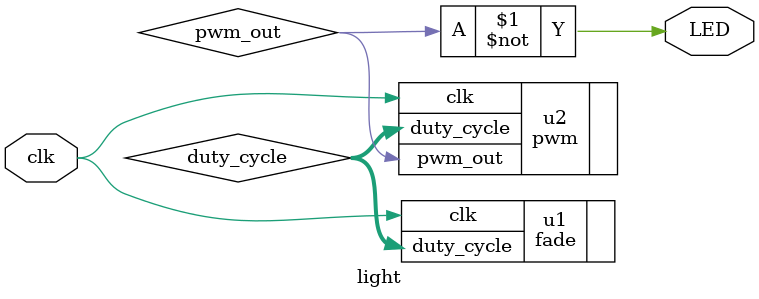
<source format=sv>
`include "fade.sv"
`include "pwm.sv"

module light #(
    parameter PWM_INTERVAL = 1200,  // 1ms
    parameter INITIAL_STATE = 0,
    parameter INITIAL_STEP_COUNT = 0,
    parameter INITIAL_DUTY_CYCLE = 0
) (
    input  logic clk,
    output logic LED
);
  logic [$clog2(PWM_INTERVAL)-1:0] duty_cycle;
  logic pwm_out;

  fade #(
      .PWM_INTERVAL(PWM_INTERVAL),
      .INITIAL_STATE(INITIAL_STATE),
      .INITIAL_STEP_COUNT(INITIAL_STEP_COUNT),
      .INITIAL_DUTY_CYCLE(INITIAL_DUTY_CYCLE)
  ) u1 (
      .clk(clk),
      .duty_cycle(duty_cycle)
  );

  pwm #(
      .PWM_INTERVAL(PWM_INTERVAL)
  ) u2 (
      .clk(clk),
      .duty_cycle(duty_cycle),
      .pwm_out(pwm_out)
  );

  assign LED = ~pwm_out;

endmodule


</source>
